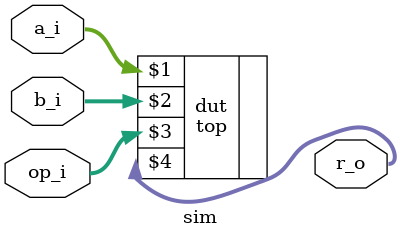
<source format=v>
module sim #(parameter w=8) (a_i,b_i,op_i,r_o);
    input  [w-1:0]  a_i,b_i;
    input  [1:0]  op_i;
    output reg [(w*2)-1:0]  r_o;
    top #(.w(w)) dut(a_i,b_i,op_i,r_o);
    initial 
        begin
            $dumpfile("sim.vcd");
            $dumpvars(0,sim);
            #1;
        end
endmodule
</source>
